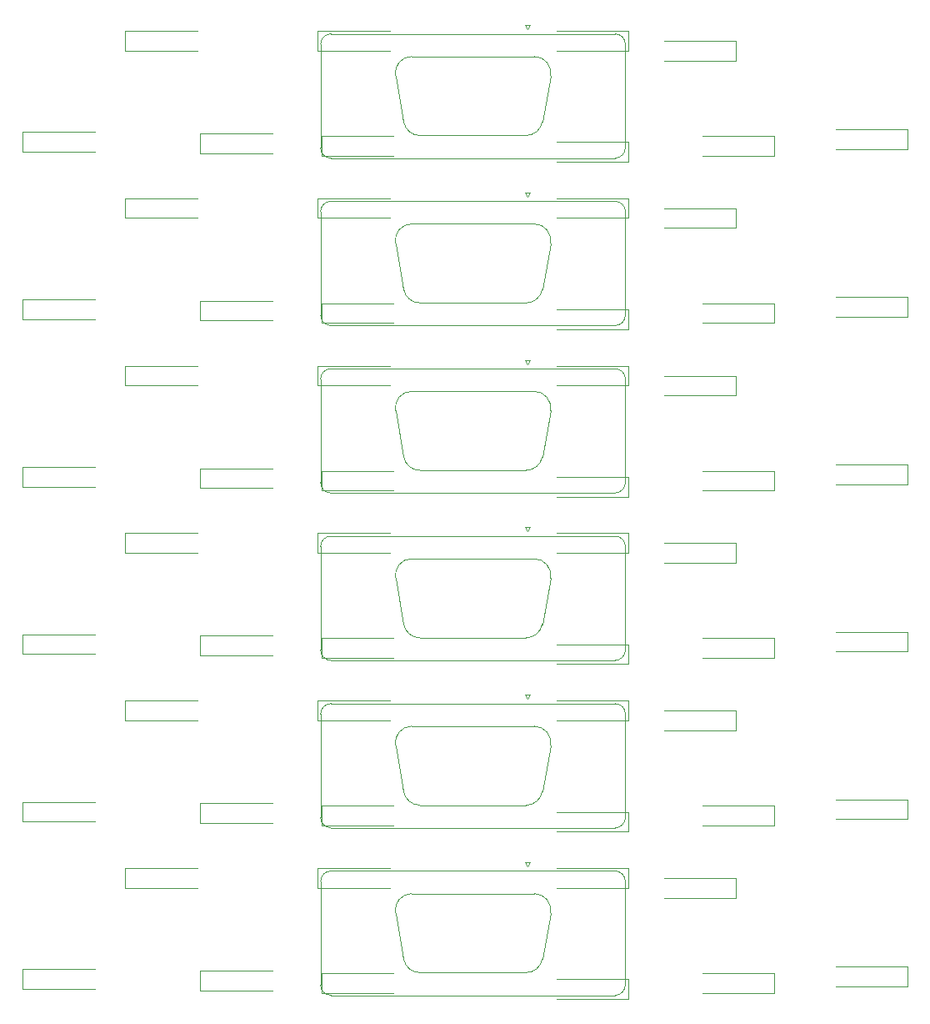
<source format=gto>
%MOIN*%
%OFA0B0*%
%FSLAX46Y46*%
%IPPOS*%
%LPD*%
%ADD10C,0.0047244094488188976*%
%ADD21C,0.0047244094488188976*%
%ADD22C,0.0047244094488188976*%
%ADD23C,0.0047244094488188976*%
%ADD24C,0.0047244094488188976*%
%ADD25C,0.0047244094488188976*%
D10*
X0001399370Y0000548976D02*
G75*
G03X0001357637Y0000507244J-0000041732D01*
G01*
X0002576929Y0000507244D02*
G75*
G03X0002535196Y0000548976I-0000041732D01*
G01*
X0001399370Y0000052125D02*
G75*
G02X0001357637Y0000093858J0000041732D01*
G01*
X0002535196Y0000052125D02*
G75*
G03X0002576929Y0000093858J0000041732D01*
G01*
X0001657579Y0000381722D02*
G75*
G02X0001721941Y0000458425I0000064361J0000011348D01*
G01*
X0002276986Y0000381722D02*
G75*
G03X0002212625Y0000458425I-0000064361J0000011348D01*
G01*
X0001690207Y0000196682D02*
G75*
G03X0001754568Y0000142677I0000064361J0000011348D01*
G01*
X0002244359Y0000196682D02*
G75*
G02X0002179998Y0000142677I-0000064361J0000011348D01*
G01*
X0001399370Y0000548976D02*
X0002535196Y0000548976D01*
X0002576929Y0000507244D02*
X0002576929Y0000093858D01*
X0002535196Y0000052125D02*
X0001399370Y0000052125D01*
X0001357637Y0000093858D02*
X0001357637Y0000507244D01*
X0002175551Y0000584186D02*
X0002195236Y0000584186D01*
X0002195236Y0000584186D02*
X0002185393Y0000567138D01*
X0002185393Y0000567138D02*
X0002175551Y0000584186D01*
X0001721941Y0000458425D02*
X0002212625Y0000458425D01*
X0001754568Y0000142677D02*
X0002179998Y0000142677D01*
X0002276986Y0000381722D02*
X0002244359Y0000196682D01*
X0001657579Y0000381722D02*
X0001690207Y0000196682D01*
X0003171259Y0000140826D02*
X0002883858Y0000140826D01*
X0003171259Y0000062086D02*
X0003171259Y0000140826D01*
X0002883858Y0000062086D02*
X0003171259Y0000062086D01*
X0001633661Y0000560826D02*
X0001346259Y0000560826D01*
X0001346259Y0000560826D02*
X0001346259Y0000482086D01*
X0001346259Y0000482086D02*
X0001633661Y0000482086D01*
X0003417125Y0000087086D02*
X0003704527Y0000087086D01*
X0003704527Y0000087086D02*
X0003704527Y0000165826D01*
X0003704527Y0000165826D02*
X0003417125Y0000165826D01*
X0001163661Y0000150826D02*
X0000876259Y0000150826D01*
X0000876259Y0000150826D02*
X0000876259Y0000072086D01*
X0000876259Y0000072086D02*
X0001163661Y0000072086D01*
X0002589527Y0000560826D02*
X0002302125Y0000560826D01*
X0002589527Y0000482086D02*
X0002589527Y0000560826D01*
X0002302125Y0000482086D02*
X0002589527Y0000482086D01*
X0000576259Y0000482086D02*
X0000863661Y0000482086D01*
X0000576259Y0000560826D02*
X0000576259Y0000482086D01*
X0000863661Y0000560826D02*
X0000576259Y0000560826D01*
X0002730393Y0000442086D02*
X0003017795Y0000442086D01*
X0003017795Y0000442086D02*
X0003017795Y0000520826D01*
X0003017795Y0000520826D02*
X0002730393Y0000520826D01*
X0000453661Y0000155826D02*
X0000166259Y0000155826D01*
X0000166259Y0000155826D02*
X0000166259Y0000077086D01*
X0000166259Y0000077086D02*
X0000453661Y0000077086D01*
X0002589527Y0000115826D02*
X0002302125Y0000115826D01*
X0002589527Y0000037086D02*
X0002589527Y0000115826D01*
X0002302125Y0000037086D02*
X0002589527Y0000037086D01*
X0001361259Y0000062086D02*
X0001648661Y0000062086D01*
X0001361259Y0000140826D02*
X0001361259Y0000062086D01*
X0001648661Y0000140826D02*
X0001361259Y0000140826D01*
G04 next file*
G04 #@! TF.GenerationSoftware,KiCad,Pcbnew,(5.1.2)-2*
G04 #@! TF.CreationDate,2019-11-27T23:52:17-06:00*
G04 #@! TF.ProjectId,ti99-joystick,74693939-2d6a-46f7-9973-7469636b2e6b,rev?*
G04 #@! TF.SameCoordinates,Original*
G04 #@! TF.FileFunction,Legend,Top*
G04 #@! TF.FilePolarity,Positive*
G04 Gerber Fmt 4.6, Leading zero omitted, Abs format (unit mm)*
G04 Created by KiCad (PCBNEW (5.1.2)-2) date 2019-11-27 23:52:17*
G04 APERTURE LIST*
G04 APERTURE END LIST*
D21*
X0001399370Y0001218267D02*
G75*
G03X0001357637Y0001176535J-0000041732D01*
G01*
X0002576929Y0001176535D02*
G75*
G03X0002535196Y0001218267I-0000041732D01*
G01*
X0001399370Y0000721417D02*
G75*
G02X0001357637Y0000763149J0000041732D01*
G01*
X0002535196Y0000721417D02*
G75*
G03X0002576929Y0000763149J0000041732D01*
G01*
X0001657579Y0001051013D02*
G75*
G02X0001721941Y0001127716I0000064361J0000011348D01*
G01*
X0002276986Y0001051013D02*
G75*
G03X0002212625Y0001127716I-0000064361J0000011348D01*
G01*
X0001690207Y0000865974D02*
G75*
G03X0001754568Y0000811968I0000064361J0000011348D01*
G01*
X0002244359Y0000865974D02*
G75*
G02X0002179998Y0000811968I-0000064361J0000011348D01*
G01*
X0001399370Y0001218267D02*
X0002535196Y0001218267D01*
X0002576929Y0001176535D02*
X0002576929Y0000763149D01*
X0002535196Y0000721417D02*
X0001399370Y0000721417D01*
X0001357637Y0000763149D02*
X0001357637Y0001176535D01*
X0002175551Y0001253477D02*
X0002195236Y0001253477D01*
X0002195236Y0001253477D02*
X0002185393Y0001236430D01*
X0002185393Y0001236430D02*
X0002175551Y0001253477D01*
X0001721941Y0001127716D02*
X0002212625Y0001127716D01*
X0001754568Y0000811968D02*
X0002179998Y0000811968D01*
X0002276986Y0001051013D02*
X0002244359Y0000865974D01*
X0001657579Y0001051013D02*
X0001690207Y0000865974D01*
X0003171259Y0000810118D02*
X0002883858Y0000810118D01*
X0003171259Y0000731377D02*
X0003171259Y0000810118D01*
X0002883858Y0000731377D02*
X0003171259Y0000731377D01*
X0001633661Y0001230118D02*
X0001346259Y0001230118D01*
X0001346259Y0001230118D02*
X0001346259Y0001151377D01*
X0001346259Y0001151377D02*
X0001633661Y0001151377D01*
X0003417125Y0000756377D02*
X0003704527Y0000756377D01*
X0003704527Y0000756377D02*
X0003704527Y0000835118D01*
X0003704527Y0000835118D02*
X0003417125Y0000835118D01*
X0001163661Y0000820118D02*
X0000876259Y0000820118D01*
X0000876259Y0000820118D02*
X0000876259Y0000741377D01*
X0000876259Y0000741377D02*
X0001163661Y0000741377D01*
X0002589527Y0001230118D02*
X0002302125Y0001230118D01*
X0002589527Y0001151377D02*
X0002589527Y0001230118D01*
X0002302125Y0001151377D02*
X0002589527Y0001151377D01*
X0000576259Y0001151377D02*
X0000863661Y0001151377D01*
X0000576259Y0001230118D02*
X0000576259Y0001151377D01*
X0000863661Y0001230118D02*
X0000576259Y0001230118D01*
X0002730393Y0001111377D02*
X0003017795Y0001111377D01*
X0003017795Y0001111377D02*
X0003017795Y0001190118D01*
X0003017795Y0001190118D02*
X0002730393Y0001190118D01*
X0000453661Y0000825118D02*
X0000166259Y0000825118D01*
X0000166259Y0000825118D02*
X0000166259Y0000746377D01*
X0000166259Y0000746377D02*
X0000453661Y0000746377D01*
X0002589527Y0000785118D02*
X0002302125Y0000785118D01*
X0002589527Y0000706377D02*
X0002589527Y0000785118D01*
X0002302125Y0000706377D02*
X0002589527Y0000706377D01*
X0001361259Y0000731377D02*
X0001648661Y0000731377D01*
X0001361259Y0000810118D02*
X0001361259Y0000731377D01*
X0001648661Y0000810118D02*
X0001361259Y0000810118D01*
G04 next file*
G04 #@! TF.GenerationSoftware,KiCad,Pcbnew,(5.1.2)-2*
G04 #@! TF.CreationDate,2019-11-27T23:52:17-06:00*
G04 #@! TF.ProjectId,ti99-joystick,74693939-2d6a-46f7-9973-7469636b2e6b,rev?*
G04 #@! TF.SameCoordinates,Original*
G04 #@! TF.FileFunction,Legend,Top*
G04 #@! TF.FilePolarity,Positive*
G04 Gerber Fmt 4.6, Leading zero omitted, Abs format (unit mm)*
G04 Created by KiCad (PCBNEW (5.1.2)-2) date 2019-11-27 23:52:17*
G04 APERTURE LIST*
G04 APERTURE END LIST*
D22*
X0001399370Y0001887559D02*
G75*
G03X0001357637Y0001845826J-0000041732D01*
G01*
X0002576929Y0001845826D02*
G75*
G03X0002535196Y0001887559I-0000041732D01*
G01*
X0001399370Y0001390708D02*
G75*
G02X0001357637Y0001432440J0000041732D01*
G01*
X0002535196Y0001390708D02*
G75*
G03X0002576929Y0001432440J0000041732D01*
G01*
X0001657579Y0001720304D02*
G75*
G02X0001721941Y0001797007I0000064361J0000011348D01*
G01*
X0002276986Y0001720304D02*
G75*
G03X0002212625Y0001797007I-0000064361J0000011348D01*
G01*
X0001690207Y0001535265D02*
G75*
G03X0001754568Y0001481259I0000064361J0000011348D01*
G01*
X0002244359Y0001535265D02*
G75*
G02X0002179998Y0001481259I-0000064361J0000011348D01*
G01*
X0001399370Y0001887559D02*
X0002535196Y0001887559D01*
X0002576929Y0001845826D02*
X0002576929Y0001432440D01*
X0002535196Y0001390708D02*
X0001399370Y0001390708D01*
X0001357637Y0001432440D02*
X0001357637Y0001845826D01*
X0002175551Y0001922769D02*
X0002195236Y0001922769D01*
X0002195236Y0001922769D02*
X0002185393Y0001905721D01*
X0002185393Y0001905721D02*
X0002175551Y0001922769D01*
X0001721941Y0001797007D02*
X0002212625Y0001797007D01*
X0001754568Y0001481259D02*
X0002179998Y0001481259D01*
X0002276986Y0001720304D02*
X0002244359Y0001535265D01*
X0001657579Y0001720304D02*
X0001690207Y0001535265D01*
X0003171259Y0001479409D02*
X0002883858Y0001479409D01*
X0003171259Y0001400669D02*
X0003171259Y0001479409D01*
X0002883858Y0001400669D02*
X0003171259Y0001400669D01*
X0001633661Y0001899409D02*
X0001346259Y0001899409D01*
X0001346259Y0001899409D02*
X0001346259Y0001820669D01*
X0001346259Y0001820669D02*
X0001633661Y0001820669D01*
X0003417125Y0001425669D02*
X0003704527Y0001425669D01*
X0003704527Y0001425669D02*
X0003704527Y0001504409D01*
X0003704527Y0001504409D02*
X0003417125Y0001504409D01*
X0001163661Y0001489409D02*
X0000876259Y0001489409D01*
X0000876259Y0001489409D02*
X0000876259Y0001410669D01*
X0000876259Y0001410669D02*
X0001163661Y0001410669D01*
X0002589527Y0001899409D02*
X0002302125Y0001899409D01*
X0002589527Y0001820669D02*
X0002589527Y0001899409D01*
X0002302125Y0001820669D02*
X0002589527Y0001820669D01*
X0000576259Y0001820669D02*
X0000863661Y0001820669D01*
X0000576259Y0001899409D02*
X0000576259Y0001820669D01*
X0000863661Y0001899409D02*
X0000576259Y0001899409D01*
X0002730393Y0001780669D02*
X0003017795Y0001780669D01*
X0003017795Y0001780669D02*
X0003017795Y0001859409D01*
X0003017795Y0001859409D02*
X0002730393Y0001859409D01*
X0000453661Y0001494409D02*
X0000166259Y0001494409D01*
X0000166259Y0001494409D02*
X0000166259Y0001415669D01*
X0000166259Y0001415669D02*
X0000453661Y0001415669D01*
X0002589527Y0001454409D02*
X0002302125Y0001454409D01*
X0002589527Y0001375669D02*
X0002589527Y0001454409D01*
X0002302125Y0001375669D02*
X0002589527Y0001375669D01*
X0001361259Y0001400669D02*
X0001648661Y0001400669D01*
X0001361259Y0001479409D02*
X0001361259Y0001400669D01*
X0001648661Y0001479409D02*
X0001361259Y0001479409D01*
G04 next file*
G04 #@! TF.GenerationSoftware,KiCad,Pcbnew,(5.1.2)-2*
G04 #@! TF.CreationDate,2019-11-27T23:52:17-06:00*
G04 #@! TF.ProjectId,ti99-joystick,74693939-2d6a-46f7-9973-7469636b2e6b,rev?*
G04 #@! TF.SameCoordinates,Original*
G04 #@! TF.FileFunction,Legend,Top*
G04 #@! TF.FilePolarity,Positive*
G04 Gerber Fmt 4.6, Leading zero omitted, Abs format (unit mm)*
G04 Created by KiCad (PCBNEW (5.1.2)-2) date 2019-11-27 23:52:17*
G04 APERTURE LIST*
G04 APERTURE END LIST*
D23*
X0001399370Y0002556850D02*
G75*
G03X0001357637Y0002515118J-0000041732D01*
G01*
X0002576929Y0002515118D02*
G75*
G03X0002535196Y0002556850I-0000041732D01*
G01*
X0001399370Y0002060000D02*
G75*
G02X0001357637Y0002101732J0000041732D01*
G01*
X0002535196Y0002060000D02*
G75*
G03X0002576929Y0002101732J0000041732D01*
G01*
X0001657579Y0002389596D02*
G75*
G02X0001721941Y0002466299I0000064361J0000011348D01*
G01*
X0002276986Y0002389596D02*
G75*
G03X0002212625Y0002466299I-0000064361J0000011348D01*
G01*
X0001690207Y0002204556D02*
G75*
G03X0001754568Y0002150551I0000064361J0000011348D01*
G01*
X0002244359Y0002204556D02*
G75*
G02X0002179998Y0002150551I-0000064361J0000011348D01*
G01*
X0001399370Y0002556850D02*
X0002535196Y0002556850D01*
X0002576929Y0002515118D02*
X0002576929Y0002101732D01*
X0002535196Y0002060000D02*
X0001399370Y0002060000D01*
X0001357637Y0002101732D02*
X0001357637Y0002515118D01*
X0002175551Y0002592060D02*
X0002195236Y0002592060D01*
X0002195236Y0002592060D02*
X0002185393Y0002575012D01*
X0002185393Y0002575012D02*
X0002175551Y0002592060D01*
X0001721941Y0002466299D02*
X0002212625Y0002466299D01*
X0001754568Y0002150551D02*
X0002179998Y0002150551D01*
X0002276986Y0002389596D02*
X0002244359Y0002204556D01*
X0001657579Y0002389596D02*
X0001690207Y0002204556D01*
X0003171259Y0002148700D02*
X0002883858Y0002148700D01*
X0003171259Y0002069960D02*
X0003171259Y0002148700D01*
X0002883858Y0002069960D02*
X0003171259Y0002069960D01*
X0001633661Y0002568700D02*
X0001346259Y0002568700D01*
X0001346259Y0002568700D02*
X0001346259Y0002489960D01*
X0001346259Y0002489960D02*
X0001633661Y0002489960D01*
X0003417125Y0002094960D02*
X0003704527Y0002094960D01*
X0003704527Y0002094960D02*
X0003704527Y0002173700D01*
X0003704527Y0002173700D02*
X0003417125Y0002173700D01*
X0001163661Y0002158700D02*
X0000876259Y0002158700D01*
X0000876259Y0002158700D02*
X0000876259Y0002079960D01*
X0000876259Y0002079960D02*
X0001163661Y0002079960D01*
X0002589527Y0002568700D02*
X0002302125Y0002568700D01*
X0002589527Y0002489960D02*
X0002589527Y0002568700D01*
X0002302125Y0002489960D02*
X0002589527Y0002489960D01*
X0000576259Y0002489960D02*
X0000863661Y0002489960D01*
X0000576259Y0002568700D02*
X0000576259Y0002489960D01*
X0000863661Y0002568700D02*
X0000576259Y0002568700D01*
X0002730393Y0002449960D02*
X0003017795Y0002449960D01*
X0003017795Y0002449960D02*
X0003017795Y0002528700D01*
X0003017795Y0002528700D02*
X0002730393Y0002528700D01*
X0000453661Y0002163700D02*
X0000166259Y0002163700D01*
X0000166259Y0002163700D02*
X0000166259Y0002084960D01*
X0000166259Y0002084960D02*
X0000453661Y0002084960D01*
X0002589527Y0002123700D02*
X0002302125Y0002123700D01*
X0002589527Y0002044960D02*
X0002589527Y0002123700D01*
X0002302125Y0002044960D02*
X0002589527Y0002044960D01*
X0001361259Y0002069960D02*
X0001648661Y0002069960D01*
X0001361259Y0002148700D02*
X0001361259Y0002069960D01*
X0001648661Y0002148700D02*
X0001361259Y0002148700D01*
G04 next file*
G04 #@! TF.GenerationSoftware,KiCad,Pcbnew,(5.1.2)-2*
G04 #@! TF.CreationDate,2019-11-27T23:52:17-06:00*
G04 #@! TF.ProjectId,ti99-joystick,74693939-2d6a-46f7-9973-7469636b2e6b,rev?*
G04 #@! TF.SameCoordinates,Original*
G04 #@! TF.FileFunction,Legend,Top*
G04 #@! TF.FilePolarity,Positive*
G04 Gerber Fmt 4.6, Leading zero omitted, Abs format (unit mm)*
G04 Created by KiCad (PCBNEW (5.1.2)-2) date 2019-11-27 23:52:17*
G04 APERTURE LIST*
G04 APERTURE END LIST*
D24*
X0001399370Y0003226141D02*
G75*
G03X0001357637Y0003184409J-0000041732D01*
G01*
X0002576929Y0003184409D02*
G75*
G03X0002535196Y0003226141I-0000041732D01*
G01*
X0001399370Y0002729291D02*
G75*
G02X0001357637Y0002771023J0000041732D01*
G01*
X0002535196Y0002729291D02*
G75*
G03X0002576929Y0002771023J0000041732D01*
G01*
X0001657579Y0003058887D02*
G75*
G02X0001721941Y0003135590I0000064361J0000011348D01*
G01*
X0002276986Y0003058887D02*
G75*
G03X0002212625Y0003135590I-0000064361J0000011348D01*
G01*
X0001690207Y0002873848D02*
G75*
G03X0001754568Y0002819842I0000064361J0000011348D01*
G01*
X0002244359Y0002873848D02*
G75*
G02X0002179998Y0002819842I-0000064361J0000011348D01*
G01*
X0001399370Y0003226141D02*
X0002535196Y0003226141D01*
X0002576929Y0003184409D02*
X0002576929Y0002771023D01*
X0002535196Y0002729291D02*
X0001399370Y0002729291D01*
X0001357637Y0002771023D02*
X0001357637Y0003184409D01*
X0002175551Y0003261351D02*
X0002195236Y0003261351D01*
X0002195236Y0003261351D02*
X0002185393Y0003244304D01*
X0002185393Y0003244304D02*
X0002175551Y0003261351D01*
X0001721941Y0003135590D02*
X0002212625Y0003135590D01*
X0001754568Y0002819842D02*
X0002179998Y0002819842D01*
X0002276986Y0003058887D02*
X0002244359Y0002873848D01*
X0001657579Y0003058887D02*
X0001690207Y0002873848D01*
X0003171259Y0002817992D02*
X0002883858Y0002817992D01*
X0003171259Y0002739251D02*
X0003171259Y0002817992D01*
X0002883858Y0002739251D02*
X0003171259Y0002739251D01*
X0001633661Y0003237992D02*
X0001346259Y0003237992D01*
X0001346259Y0003237992D02*
X0001346259Y0003159251D01*
X0001346259Y0003159251D02*
X0001633661Y0003159251D01*
X0003417125Y0002764251D02*
X0003704527Y0002764251D01*
X0003704527Y0002764251D02*
X0003704527Y0002842992D01*
X0003704527Y0002842992D02*
X0003417125Y0002842992D01*
X0001163661Y0002827992D02*
X0000876259Y0002827992D01*
X0000876259Y0002827992D02*
X0000876259Y0002749251D01*
X0000876259Y0002749251D02*
X0001163661Y0002749251D01*
X0002589527Y0003237992D02*
X0002302125Y0003237992D01*
X0002589527Y0003159251D02*
X0002589527Y0003237992D01*
X0002302125Y0003159251D02*
X0002589527Y0003159251D01*
X0000576259Y0003159251D02*
X0000863661Y0003159251D01*
X0000576259Y0003237992D02*
X0000576259Y0003159251D01*
X0000863661Y0003237992D02*
X0000576259Y0003237992D01*
X0002730393Y0003119251D02*
X0003017795Y0003119251D01*
X0003017795Y0003119251D02*
X0003017795Y0003197992D01*
X0003017795Y0003197992D02*
X0002730393Y0003197992D01*
X0000453661Y0002832992D02*
X0000166259Y0002832992D01*
X0000166259Y0002832992D02*
X0000166259Y0002754251D01*
X0000166259Y0002754251D02*
X0000453661Y0002754251D01*
X0002589527Y0002792992D02*
X0002302125Y0002792992D01*
X0002589527Y0002714251D02*
X0002589527Y0002792992D01*
X0002302125Y0002714251D02*
X0002589527Y0002714251D01*
X0001361259Y0002739251D02*
X0001648661Y0002739251D01*
X0001361259Y0002817992D02*
X0001361259Y0002739251D01*
X0001648661Y0002817992D02*
X0001361259Y0002817992D01*
G04 next file*
G04 #@! TF.GenerationSoftware,KiCad,Pcbnew,(5.1.2)-2*
G04 #@! TF.CreationDate,2019-11-27T23:52:17-06:00*
G04 #@! TF.ProjectId,ti99-joystick,74693939-2d6a-46f7-9973-7469636b2e6b,rev?*
G04 #@! TF.SameCoordinates,Original*
G04 #@! TF.FileFunction,Legend,Top*
G04 #@! TF.FilePolarity,Positive*
G04 Gerber Fmt 4.6, Leading zero omitted, Abs format (unit mm)*
G04 Created by KiCad (PCBNEW (5.1.2)-2) date 2019-11-27 23:52:17*
G04 APERTURE LIST*
G04 APERTURE END LIST*
D25*
X0001399370Y0003895433D02*
G75*
G03X0001357637Y0003853700J-0000041732D01*
G01*
X0002576929Y0003853700D02*
G75*
G03X0002535196Y0003895433I-0000041732D01*
G01*
X0001399370Y0003398582D02*
G75*
G02X0001357637Y0003440314J0000041732D01*
G01*
X0002535196Y0003398582D02*
G75*
G03X0002576929Y0003440314J0000041732D01*
G01*
X0001657579Y0003728178D02*
G75*
G02X0001721941Y0003804881I0000064361J0000011348D01*
G01*
X0002276986Y0003728178D02*
G75*
G03X0002212625Y0003804881I-0000064361J0000011348D01*
G01*
X0001690207Y0003543139D02*
G75*
G03X0001754568Y0003489133I0000064361J0000011348D01*
G01*
X0002244359Y0003543139D02*
G75*
G02X0002179998Y0003489133I-0000064361J0000011348D01*
G01*
X0001399370Y0003895433D02*
X0002535196Y0003895433D01*
X0002576929Y0003853700D02*
X0002576929Y0003440314D01*
X0002535196Y0003398582D02*
X0001399370Y0003398582D01*
X0001357637Y0003440314D02*
X0001357637Y0003853700D01*
X0002175551Y0003930643D02*
X0002195236Y0003930643D01*
X0002195236Y0003930643D02*
X0002185393Y0003913595D01*
X0002185393Y0003913595D02*
X0002175551Y0003930643D01*
X0001721941Y0003804881D02*
X0002212625Y0003804881D01*
X0001754568Y0003489133D02*
X0002179998Y0003489133D01*
X0002276986Y0003728178D02*
X0002244359Y0003543139D01*
X0001657579Y0003728178D02*
X0001690207Y0003543139D01*
X0003171259Y0003487283D02*
X0002883858Y0003487283D01*
X0003171259Y0003408543D02*
X0003171259Y0003487283D01*
X0002883858Y0003408543D02*
X0003171259Y0003408543D01*
X0001633661Y0003907283D02*
X0001346259Y0003907283D01*
X0001346259Y0003907283D02*
X0001346259Y0003828543D01*
X0001346259Y0003828543D02*
X0001633661Y0003828543D01*
X0003417125Y0003433543D02*
X0003704527Y0003433543D01*
X0003704527Y0003433543D02*
X0003704527Y0003512283D01*
X0003704527Y0003512283D02*
X0003417125Y0003512283D01*
X0001163661Y0003497283D02*
X0000876259Y0003497283D01*
X0000876259Y0003497283D02*
X0000876259Y0003418543D01*
X0000876259Y0003418543D02*
X0001163661Y0003418543D01*
X0002589527Y0003907283D02*
X0002302125Y0003907283D01*
X0002589527Y0003828543D02*
X0002589527Y0003907283D01*
X0002302125Y0003828543D02*
X0002589527Y0003828543D01*
X0000576259Y0003828543D02*
X0000863661Y0003828543D01*
X0000576259Y0003907283D02*
X0000576259Y0003828543D01*
X0000863661Y0003907283D02*
X0000576259Y0003907283D01*
X0002730393Y0003788543D02*
X0003017795Y0003788543D01*
X0003017795Y0003788543D02*
X0003017795Y0003867283D01*
X0003017795Y0003867283D02*
X0002730393Y0003867283D01*
X0000453661Y0003502283D02*
X0000166259Y0003502283D01*
X0000166259Y0003502283D02*
X0000166259Y0003423543D01*
X0000166259Y0003423543D02*
X0000453661Y0003423543D01*
X0002589527Y0003462283D02*
X0002302125Y0003462283D01*
X0002589527Y0003383543D02*
X0002589527Y0003462283D01*
X0002302125Y0003383543D02*
X0002589527Y0003383543D01*
X0001361259Y0003408543D02*
X0001648661Y0003408543D01*
X0001361259Y0003487283D02*
X0001361259Y0003408543D01*
X0001648661Y0003487283D02*
X0001361259Y0003487283D01*
M02*
</source>
